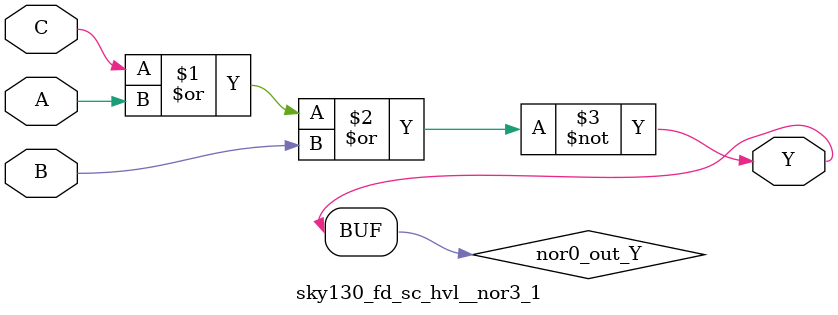
<source format=v>
/*
 * Copyright 2020 The SkyWater PDK Authors
 *
 * Licensed under the Apache License, Version 2.0 (the "License");
 * you may not use this file except in compliance with the License.
 * You may obtain a copy of the License at
 *
 *     https://www.apache.org/licenses/LICENSE-2.0
 *
 * Unless required by applicable law or agreed to in writing, software
 * distributed under the License is distributed on an "AS IS" BASIS,
 * WITHOUT WARRANTIES OR CONDITIONS OF ANY KIND, either express or implied.
 * See the License for the specific language governing permissions and
 * limitations under the License.
 *
 * SPDX-License-Identifier: Apache-2.0
*/


`ifndef SKY130_FD_SC_HVL__NOR3_1_FUNCTIONAL_V
`define SKY130_FD_SC_HVL__NOR3_1_FUNCTIONAL_V

/**
 * nor3: 3-input NOR.
 *
 *       Y = !(A | B | C | !D)
 *
 * Verilog simulation functional model.
 */

`timescale 1ns / 1ps
`default_nettype none

`celldefine
module sky130_fd_sc_hvl__nor3_1 (
    Y,
    A,
    B,
    C
);

    // Module ports
    output Y;
    input  A;
    input  B;
    input  C;

    // Local signals
    wire nor0_out_Y;

    //  Name  Output      Other arguments
    nor nor0 (nor0_out_Y, C, A, B        );
    buf buf0 (Y         , nor0_out_Y     );

endmodule
`endcelldefine

`default_nettype wire
`endif  // SKY130_FD_SC_HVL__NOR3_1_FUNCTIONAL_V

</source>
